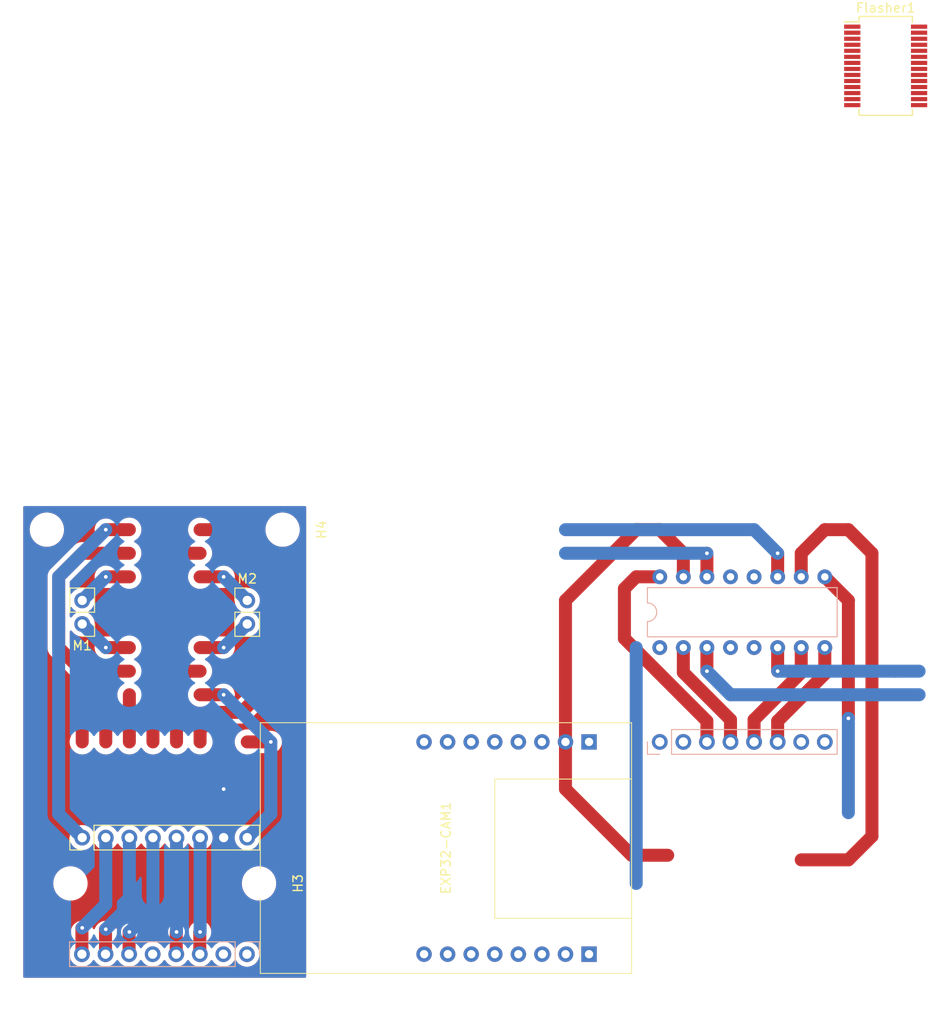
<source format=kicad_pcb>
(kicad_pcb (version 20221018) (generator pcbnew)
  (layers (0 "F.Cu" signal) (31 "B.Cu" signal) (34 "B.Paste" user) (35 "F.Paste" user) (36 "B.SilkS" user "B.Silkscreen") (37 "F.SilkS" user "F.Silkscreen") (38 "B.Mask" user) (39 "F.Mask" user) (44 "Edge.Cuts" user))
  (net 0 "")
  (net 1 "Net-(Conn_ESP1-Pin_6)")
  (net 2 "Net-(Conn_ESP1-Pin_7)")
  (net 3 "Net-(Conn_ESP2-Pin_4)")
  (net 4 "Net-(Conn_ESP2-Pin_3)")
  (net 5 "Net-(Conn_ESP2-Pin_2)")
  (net 6 "Net-(Conn_ESP2-Pin_5)")
  (net 7 "Net-(Conn_ESP2-Pin_6)")
  (net 8 "Net-(Conn_ESP1-Pin_3)")
  (net 9 "Net-(Conn_ESP1-Pin_4)")
  (net 10 "Net-(Conn_ESP1-Pin_8)")
  (net 14 "Net-(BT-ESP1-+)")
  (net 15 "Net-(BT-M1-+)")
  (net 16 "Net-(L293D1-4Y)")
  (net 17 "Net-(L293D1-3Y)")
  (net 18 "Net-(L293D1-2Y)")
  (net 19 "Net-(L293D1-1Y)")
  (net 20 "GND")
  (net 46 "Net-(Conn_ESP2-Pin_1)")
  (footprint "ESP32-CAM:ESP32-CAM" (layer "F.Cu") (at 58.42 40.64 -90)
    (fp_text reference "EXP32-CAM1" (at 11.43 -2.36 90) (layer "F.SilkS"))
    (fp_text value "ESP32-CAM")
    (fp_line (start -2.07 -22.36) (end -2.07 17.64) (stroke (width 0.1)) (layer "F.SilkS"))
    (fp_line (start -2.07 17.64) (end 24.93 17.64) (stroke (width 0.1)) (layer "F.SilkS"))
    (fp_line (start 4 -22.36) (end 4 -7.62) (stroke (width 0.1)) (layer "F.SilkS"))
    (fp_line (start 4 -7.62) (end 19 -7.62) (stroke (width 0.1)) (layer "F.SilkS"))
    (fp_line (start 19 -22.36) (end 19 -7.62) (stroke (width 0.1)) (layer "F.SilkS"))
    (fp_line (start 24.93 -22.36) (end -2.07 -22.36) (stroke (width 0.1)) (layer "F.SilkS"))
    (fp_line (start 24.93 17.64) (end 24.93 -22.36) (stroke (width 0.1)) (layer "F.SilkS"))
    (pad "1" thru_hole circle (at 0 0 270) (size 1.665 1.665) (drill 0.9) (layers "*.Cu" "*.Mask") (net 46 "Net-(Conn_ESP2-Pin_1)"))
    (pad "2" thru_hole circle (at 0 -2.54 270) (size 1.665 1.665) (drill 0.9) (layers "*.Cu" "*.Mask") (net 5 "Net-(Conn_ESP2-Pin_2)"))
    (pad "3" thru_hole circle (at 0 -5.08 270) (size 1.665 1.665) (drill 0.9) (layers "*.Cu" "*.Mask") (net 4 "Net-(Conn_ESP2-Pin_3)"))
    (pad "4" thru_hole circle (at 0 -7.62 270) (size 1.665 1.665) (drill 0.9) (layers "*.Cu" "*.Mask") (net 3 "Net-(Conn_ESP2-Pin_4)"))
    (pad "5" thru_hole circle (at 0 -10.16 270) (size 1.665 1.665) (drill 0.9) (layers "*.Cu" "*.Mask") (net 6 "Net-(Conn_ESP2-Pin_5)"))
    (pad "6" thru_hole circle (at 0 -12.7 270) (size 1.665 1.665) (drill 0.9) (layers "*.Cu" "*.Mask") (net 7 "Net-(Conn_ESP2-Pin_6)"))
    (pad "7" thru_hole circle (at 0 -15.24 270) (size 1.665 1.665) (drill 0.9) (layers "*.Cu" "*.Mask") (net 20 "GND"))
    (pad "8" thru_hole rect (at 0 -17.78 270) (size 1.665 1.665) (drill 0.9) (layers "*.Cu" "*.Mask") (net 14 "Net-(BT-ESP1-+)"))
    (pad "9" thru_hole rect (at 22.86 -17.78 270) (size 1.665 1.665) (drill 0.9) (layers "*.Cu" "*.Mask"))
    (pad "10" thru_hole circle (at 22.86 -15.24 270) (size 1.665 1.665) (drill 0.9) (layers "*.Cu" "*.Mask"))
    (pad "11" thru_hole circle (at 22.86 -12.7 270) (size 1.665 1.665) (drill 0.9) (layers "*.Cu" "*.Mask") (net 8 "Net-(Conn_ESP1-Pin_3)"))
    (pad "12" thru_hole circle (at 22.86 -10.16 270) (size 1.665 1.665) (drill 0.9) (layers "*.Cu" "*.Mask") (net 9 "Net-(Conn_ESP1-Pin_4)"))
    (pad "13" thru_hole circle (at 22.86 -7.62 270) (size 1.665 1.665) (drill 0.9) (layers "*.Cu" "*.Mask"))
    (pad "14" thru_hole circle (at 22.86 -5.08 270) (size 1.665 1.665) (drill 0.9) (layers "*.Cu" "*.Mask") (net 1 "Net-(Conn_ESP1-Pin_6)"))
    (pad "15" thru_hole circle (at 22.86 -2.54 270) (size 1.665 1.665) (drill 0.9) (layers "*.Cu" "*.Mask") (net 2 "Net-(Conn_ESP1-Pin_7)"))
    (pad "16" thru_hole circle (at 22.86 0 270) (size 1.665 1.665) (drill 0.9) (layers "*.Cu" "*.Mask") (net 10 "Net-(Conn_ESP1-Pin_8)"))
  )
  (footprint "Connector_PinHeader_2.54mm:PinHeader_1x02_P2.54mm_Vertical" (layer "F.Cu") (at 39.37 25.4)
    (fp_text reference "M2" (at 0 -2.33) (layer "F.SilkS"))
    (fp_text value "Conn_01x02_Pin")
    (fp_line (start -1.33 -1.33) (end 0 -1.33) (stroke (width 0.12)) (layer "F.SilkS"))
    (fp_line (start -1.33 0) (end -1.33 -1.33) (stroke (width 0.12)) (layer "F.SilkS"))
    (fp_line (start -1.33 1.27) (end -1.33 3.87) (stroke (width 0.12)) (layer "F.SilkS"))
    (fp_line (start -1.33 1.27) (end 1.33 1.27) (stroke (width 0.12)) (layer "F.SilkS"))
    (fp_line (start -1.33 3.87) (end 1.33 3.87) (stroke (width 0.12)) (layer "F.SilkS"))
    (fp_line (start 1.33 1.27) (end 1.33 3.87) (stroke (width 0.12)) (layer "F.SilkS"))
    (pad "1" thru_hole circle (at 0 0) (size 1.7 1.7) (drill 1) (layers "*.Cu" "*.Mask") (net 17 "Net-(L293D1-3Y)"))
    (pad "2" thru_hole oval (at 0 2.54) (size 1.7 1.7) (drill 1) (layers "*.Cu" "*.Mask") (net 16 "Net-(L293D1-4Y)"))
  )
  (footprint "MountingHole:MountingHole_3.2mm_M3" (layer "F.Cu") (at 17.78 17.78 -90)
    (fp_text reference "H1" hide)
    (fp_text value "MountingHole")
    (pad "" np_thru_hole circle (at 0 0 270) (size 3.2 3.2) (drill 3.2) (layers "*.Cu" "*.Mask"))
  )
  (footprint "Package_SO:SSOP-28_5.3x10.2mm_P0.65mm" (layer "F.Cu") (at 108.16 -32.165)
    (fp_text reference "Flasher1" (at 0 -6.25) (layer "F.SilkS"))
    (fp_text value "FT232RL")
    (fp_line (start -2.875 -5.325) (end -2.875 -4.75) (stroke (width 0.15)) (layer "F.SilkS"))
    (fp_line (start -2.875 -5.325) (end 2.875 -5.325) (stroke (width 0.15)) (layer "F.SilkS"))
    (fp_line (start -2.875 -4.75) (end -4.475 -4.75) (stroke (width 0.15)) (layer "F.SilkS"))
    (fp_line (start -2.875 5.325) (end -2.875 4.675) (stroke (width 0.15)) (layer "F.SilkS"))
    (fp_line (start -2.875 5.325) (end 2.875 5.325) (stroke (width 0.15)) (layer "F.SilkS"))
    (fp_line (start 2.875 -5.325) (end 2.875 -4.675) (stroke (width 0.15)) (layer "F.SilkS"))
    (fp_line (start 2.875 5.325) (end 2.875 4.675) (stroke (width 0.15)) (layer "F.SilkS"))
    (pad "1" smd rect (at -3.6 -4.225) (size 1.75 0.45) (layers "F.Cu" "F.Paste" "F.Mask") (net 1 "Net-(Conn_ESP1-Pin_6)"))
    (pad "2" smd rect (at -3.6 -3.575) (size 1.75 0.45) (layers "F.Cu" "F.Paste" "F.Mask"))
    (pad "3" smd rect (at -3.6 -2.925) (size 1.75 0.45) (layers "F.Cu" "F.Paste" "F.Mask"))
    (pad "4" smd rect (at -3.6 -2.275) (size 1.75 0.45) (layers "F.Cu" "F.Paste" "F.Mask"))
    (pad "5" smd rect (at -3.6 -1.625) (size 1.75 0.45) (layers "F.Cu" "F.Paste" "F.Mask") (net 2 "Net-(Conn_ESP1-Pin_7)"))
    (pad "6" smd rect (at -3.6 -0.975) (size 1.75 0.45) (layers "F.Cu" "F.Paste" "F.Mask"))
    (pad "7" smd rect (at -3.6 -0.325) (size 1.75 0.45) (layers "F.Cu" "F.Paste" "F.Mask"))
    (pad "8" smd rect (at -3.6 0.325) (size 1.75 0.45) (layers "F.Cu" "F.Paste" "F.Mask"))
    (pad "9" smd rect (at -3.6 0.975) (size 1.75 0.45) (layers "F.Cu" "F.Paste" "F.Mask"))
    (pad "10" smd rect (at -3.6 1.625) (size 1.75 0.45) (layers "F.Cu" "F.Paste" "F.Mask"))
    (pad "11" smd rect (at -3.6 2.275) (size 1.75 0.45) (layers "F.Cu" "F.Paste" "F.Mask"))
    (pad "12" smd rect (at -3.6 2.925) (size 1.75 0.45) (layers "F.Cu" "F.Paste" "F.Mask"))
    (pad "13" smd rect (at -3.6 3.575) (size 1.75 0.45) (layers "F.Cu" "F.Paste" "F.Mask"))
    (pad "14" smd rect (at -3.6 4.225) (size 1.75 0.45) (layers "F.Cu" "F.Paste" "F.Mask"))
    (pad "15" smd rect (at 3.6 4.225) (size 1.75 0.45) (layers "F.Cu" "F.Paste" "F.Mask"))
    (pad "16" smd rect (at 3.6 3.575) (size 1.75 0.45) (layers "F.Cu" "F.Paste" "F.Mask"))
    (pad "17" smd rect (at 3.6 2.925) (size 1.75 0.45) (layers "F.Cu" "F.Paste" "F.Mask"))
    (pad "18" smd rect (at 3.6 2.275) (size 1.75 0.45) (layers "F.Cu" "F.Paste" "F.Mask"))
    (pad "19" smd rect (at 3.6 1.625) (size 1.75 0.45) (layers "F.Cu" "F.Paste" "F.Mask"))
    (pad "20" smd rect (at 3.6 0.975) (size 1.75 0.45) (layers "F.Cu" "F.Paste" "F.Mask") (net 14 "Net-(BT-ESP1-+)"))
    (pad "21" smd rect (at 3.6 0.325) (size 1.75 0.45) (layers "F.Cu" "F.Paste" "F.Mask") (net 20 "GND"))
    (pad "22" smd rect (at 3.6 -0.325) (size 1.75 0.45) (layers "F.Cu" "F.Paste" "F.Mask"))
    (pad "23" smd rect (at 3.6 -0.975) (size 1.75 0.45) (layers "F.Cu" "F.Paste" "F.Mask"))
    (pad "24" smd rect (at 3.6 -1.625) (size 1.75 0.45) (layers "F.Cu" "F.Paste" "F.Mask"))
    (pad "25" smd rect (at 3.6 -2.275) (size 1.75 0.45) (layers "F.Cu" "F.Paste" "F.Mask"))
    (pad "26" smd rect (at 3.6 -2.925) (size 1.75 0.45) (layers "F.Cu" "F.Paste" "F.Mask"))
    (pad "27" smd rect (at 3.6 -3.575) (size 1.75 0.45) (layers "F.Cu" "F.Paste" "F.Mask"))
    (pad "28" smd rect (at 3.6 -4.225) (size 1.75 0.45) (layers "F.Cu" "F.Paste" "F.Mask"))
  )
  (footprint "Connector_PinHeader_2.54mm:PinHeader_1x02_P2.54mm_Vertical" (layer "F.Cu") (at 21.59 27.94 180)
    (fp_text reference "M1" (at 0 -2.33) (layer "F.SilkS"))
    (fp_text value "Conn_01x02_Pin")
    (fp_line (start -1.33 -1.33) (end 0 -1.33) (stroke (width 0.12)) (layer "F.SilkS"))
    (fp_line (start -1.33 0) (end -1.33 -1.33) (stroke (width 0.12)) (layer "F.SilkS"))
    (fp_line (start -1.33 1.27) (end -1.33 3.87) (stroke (width 0.12)) (layer "F.SilkS"))
    (fp_line (start -1.33 1.27) (end 1.33 1.27) (stroke (width 0.12)) (layer "F.SilkS"))
    (fp_line (start -1.33 3.87) (end 1.33 3.87) (stroke (width 0.12)) (layer "F.SilkS"))
    (fp_line (start 1.33 1.27) (end 1.33 3.87) (stroke (width 0.12)) (layer "F.SilkS"))
    (pad "1" thru_hole circle (at 0 0 180) (size 1.7 1.7) (drill 1) (layers "*.Cu" "*.Mask") (net 19 "Net-(L293D1-1Y)"))
    (pad "2" thru_hole oval (at 0 2.54 180) (size 1.7 1.7) (drill 1) (layers "*.Cu" "*.Mask") (net 18 "Net-(L293D1-2Y)"))
  )
  (footprint "Connector_PinHeader_2.54mm:PinHeader_1x08_P2.54mm_Vertical" (layer "F.Cu") (at 21.59 50.947006 90)
    (fp_text reference "VCC_Flash1" hide)
    (fp_text value "Conn_01x08_Pin")
    (fp_line (start -1.33 -1.33) (end 0 -1.33) (stroke (width 0.12)) (layer "F.SilkS"))
    (fp_line (start -1.33 0) (end -1.33 -1.33) (stroke (width 0.12)) (layer "F.SilkS"))
    (fp_line (start -1.33 1.27) (end -1.33 19.11) (stroke (width 0.12)) (layer "F.SilkS"))
    (fp_line (start -1.33 1.27) (end 1.33 1.27) (stroke (width 0.12)) (layer "F.SilkS"))
    (fp_line (start -1.33 19.11) (end 1.33 19.11) (stroke (width 0.12)) (layer "F.SilkS"))
    (fp_line (start 1.33 1.27) (end 1.33 19.11) (stroke (width 0.12)) (layer "F.SilkS"))
    (pad "1" thru_hole circle (at 0 0 90) (size 1.7 1.7) (drill 1) (layers "*.Cu" "*.Mask") (net 15 "Net-(BT-M1-+)"))
    (pad "2" thru_hole oval (at 0 2.54 90) (size 1.7 1.7) (drill 1) (layers "*.Cu" "*.Mask") (net 10 "Net-(Conn_ESP1-Pin_8)"))
    (pad "3" thru_hole oval (at 0 5.08 90) (size 1.7 1.7) (drill 1) (layers "*.Cu" "*.Mask") (net 2 "Net-(Conn_ESP1-Pin_7)"))
    (pad "4" thru_hole oval (at 0 7.62 90) (size 1.7 1.7) (drill 1) (layers "*.Cu" "*.Mask") (net 1 "Net-(Conn_ESP1-Pin_6)"))
    (pad "5" thru_hole oval (at 0 10.16 90) (size 1.7 1.7) (drill 1) (layers "*.Cu" "*.Mask") (net 9 "Net-(Conn_ESP1-Pin_4)"))
    (pad "6" thru_hole oval (at 0 12.7 90) (size 1.7 1.7) (drill 1) (layers "*.Cu" "*.Mask") (net 8 "Net-(Conn_ESP1-Pin_3)"))
    (pad "7" thru_hole oval (at 0 15.24 90) (size 1.7 1.7) (drill 1) (layers "*.Cu" "*.Mask") (net 20 "GND"))
    (pad "8" thru_hole oval (at 0 17.78 90) (size 1.7 1.7) (drill 1) (layers "*.Cu" "*.Mask") (net 14 "Net-(BT-ESP1-+)"))
  )
  (footprint "MountingHole:MountingHole_3.2mm_M3" (layer "F.Cu") (at 43.18 17.78 -90)
    (fp_text reference "H4" (at 0 -4.2 90) (layer "F.SilkS"))
    (fp_text value "MountingHole")
    (pad "" np_thru_hole circle (at 0 0 270) (size 3.2 3.2) (drill 3.2) (layers "*.Cu" "*.Mask"))
  )
  (footprint "MountingHole:MountingHole_3.2mm_M3" (layer "F.Cu") (at 20.32 55.88 -90)
    (fp_text reference "H2" hide)
    (fp_text value "MountingHole")
    (pad "" np_thru_hole circle (at 0 0 270) (size 3.2 3.2) (drill 3.2) (layers "*.Cu" "*.Mask"))
  )
  (footprint "MountingHole:MountingHole_3.2mm_M3" (layer "F.Cu") (at 40.64 55.88 -90)
    (fp_text reference "H3" (at 0 -4.2 90) (layer "F.SilkS"))
    (fp_text value "MountingHole")
    (pad "" np_thru_hole circle (at 0 0 270) (size 3.2 3.2) (drill 3.2) (layers "*.Cu" "*.Mask"))
  )
  (footprint "Package_DIP:DIP-16_W7.62mm" (layer "B.Cu") (at 83.82 22.86 -90)
    (fp_text reference "L293D1" hide)
    (fp_text value "L293D")
    (fp_line (start 1.16 -19.11) (end 6.46 -19.11) (stroke (width 0.12)) (layer "B.SilkS"))
    (fp_line (start 1.16 1.33) (end 1.16 -19.11) (stroke (width 0.12)) (layer "B.SilkS"))
    (fp_line (start 2.81 1.33) (end 1.16 1.33) (stroke (width 0.12)) (layer "B.SilkS"))
    (fp_line (start 6.46 -19.11) (end 6.46 1.33) (stroke (width 0.12)) (layer "B.SilkS"))
    (fp_line (start 6.46 1.33) (end 4.81 1.33) (stroke (width 0.12)) (layer "B.SilkS"))
    (fp_arc (start 2.81 1.33) (mid 3.81 0.33) (end 4.81 1.33) (stroke (width 0.12)) (layer "B.SilkS"))
    (pad "1" thru_hole circle (at 0 0 270) (size 1.6 1.6) (drill 0.8) (layers "*.Cu" "*.Mask") (net 4 "Net-(Conn_ESP2-Pin_3)"))
    (pad "2" thru_hole oval (at 0 -2.54 270) (size 1.6 1.6) (drill 0.8) (layers "*.Cu" "*.Mask") (net 5 "Net-(Conn_ESP2-Pin_2)"))
    (pad "3" thru_hole oval (at 0 -5.08 270) (size 1.6 1.6) (drill 0.8) (layers "*.Cu" "*.Mask") (net 19 "Net-(L293D1-1Y)"))
    (pad "4" thru_hole oval (at 0 -7.62 270) (size 1.6 1.6) (drill 0.8) (layers "*.Cu" "*.Mask") (net 20 "GND"))
    (pad "5" thru_hole oval (at 0 -10.16 270) (size 1.6 1.6) (drill 0.8) (layers "*.Cu" "*.Mask") (net 20 "GND"))
    (pad "6" thru_hole oval (at 0 -12.7 270) (size 1.6 1.6) (drill 0.8) (layers "*.Cu" "*.Mask") (net 18 "Net-(L293D1-2Y)"))
    (pad "7" thru_hole oval (at 0 -15.24 270) (size 1.6 1.6) (drill 0.8) (layers "*.Cu" "*.Mask") (net 46 "Net-(Conn_ESP2-Pin_1)"))
    (pad "8" thru_hole oval (at 0 -17.78 270) (size 1.6 1.6) (drill 0.8) (layers "*.Cu" "*.Mask") (net 15 "Net-(BT-M1-+)"))
    (pad "9" thru_hole oval (at 7.62 -17.78 270) (size 1.6 1.6) (drill 0.8) (layers "*.Cu" "*.Mask") (net 7 "Net-(Conn_ESP2-Pin_6)"))
    (pad "10" thru_hole oval (at 7.62 -15.24 270) (size 1.6 1.6) (drill 0.8) (layers "*.Cu" "*.Mask") (net 6 "Net-(Conn_ESP2-Pin_5)"))
    (pad "11" thru_hole oval (at 7.62 -12.7 270) (size 1.6 1.6) (drill 0.8) (layers "*.Cu" "*.Mask") (net 17 "Net-(L293D1-3Y)"))
    (pad "12" thru_hole oval (at 7.62 -10.16 270) (size 1.6 1.6) (drill 0.8) (layers "*.Cu" "*.Mask") (net 20 "GND"))
    (pad "13" thru_hole oval (at 7.62 -7.62 270) (size 1.6 1.6) (drill 0.8) (layers "*.Cu" "*.Mask") (net 20 "GND"))
    (pad "14" thru_hole oval (at 7.62 -5.08 270) (size 1.6 1.6) (drill 0.8) (layers "*.Cu" "*.Mask") (net 16 "Net-(L293D1-4Y)"))
    (pad "15" thru_hole oval (at 7.62 -2.54 270) (size 1.6 1.6) (drill 0.8) (layers "*.Cu" "*.Mask") (net 3 "Net-(Conn_ESP2-Pin_4)"))
    (pad "16" thru_hole oval (at 7.62 0 270) (size 1.6 1.6) (drill 0.8) (layers "*.Cu" "*.Mask") (net 14 "Net-(BT-ESP1-+)"))
  )
  (footprint "Connector_PinSocket_2.54mm:PinSocket_1x08_P2.54mm_Vertical" (layer "B.Cu") (at 83.82 40.64 -90)
    (fp_text reference "Conn_ESP2" hide)
    (fp_text value "Conn_01x08_Socket")
    (fp_line (start -1.33 -19.11) (end 1.33 -19.11) (stroke (width 0.12)) (layer "B.SilkS"))
    (fp_line (start -1.33 -1.27) (end -1.33 -19.11) (stroke (width 0.12)) (layer "B.SilkS"))
    (fp_line (start -1.33 -1.27) (end 1.33 -1.27) (stroke (width 0.12)) (layer "B.SilkS"))
    (fp_line (start 0 1.33) (end 1.33 1.33) (stroke (width 0.12)) (layer "B.SilkS"))
    (fp_line (start 1.33 -1.27) (end 1.33 -19.11) (stroke (width 0.12)) (layer "B.SilkS"))
    (fp_line (start 1.33 1.33) (end 1.33 0) (stroke (width 0.12)) (layer "B.SilkS"))
    (pad "1" thru_hole circle (at 0 0 270) (size 1.7 1.7) (drill 1) (layers "*.Cu" "*.Mask") (net 46 "Net-(Conn_ESP2-Pin_1)"))
    (pad "2" thru_hole oval (at 0 -2.54 270) (size 1.7 1.7) (drill 1) (layers "*.Cu" "*.Mask") (net 5 "Net-(Conn_ESP2-Pin_2)"))
    (pad "3" thru_hole oval (at 0 -5.08 270) (size 1.7 1.7) (drill 1) (layers "*.Cu" "*.Mask") (net 4 "Net-(Conn_ESP2-Pin_3)"))
    (pad "4" thru_hole oval (at 0 -7.62 270) (size 1.7 1.7) (drill 1) (layers "*.Cu" "*.Mask") (net 3 "Net-(Conn_ESP2-Pin_4)"))
    (pad "5" thru_hole oval (at 0 -10.16 270) (size 1.7 1.7) (drill 1) (layers "*.Cu" "*.Mask") (net 6 "Net-(Conn_ESP2-Pin_5)"))
    (pad "6" thru_hole oval (at 0 -12.7 270) (size 1.7 1.7) (drill 1) (layers "*.Cu" "*.Mask") (net 7 "Net-(Conn_ESP2-Pin_6)"))
    (pad "7" thru_hole oval (at 0 -15.24 270) (size 1.7 1.7) (drill 1) (layers "*.Cu" "*.Mask") (net 20 "GND"))
    (pad "8" thru_hole oval (at 0 -17.78 270) (size 1.7 1.7) (drill 1) (layers "*.Cu" "*.Mask") (net 14 "Net-(BT-ESP1-+)"))
  )
  (footprint "Connector_PinSocket_2.54mm:PinSocket_1x08_P2.54mm_Vertical" (layer "B.Cu") (at 39.34 63.5 90)
    (fp_text reference "Conn_ESP1" hide)
    (fp_text value "Conn_01x08_Socket")
    (fp_line (start -1.33 -19.11) (end 1.33 -19.11) (stroke (width 0.12)) (layer "B.SilkS"))
    (fp_line (start -1.33 -1.27) (end -1.33 -19.11) (stroke (width 0.12)) (layer "B.SilkS"))
    (fp_line (start -1.33 -1.27) (end 1.33 -1.27) (stroke (width 0.12)) (layer "B.SilkS"))
    (fp_line (start 0 1.33) (end 1.33 1.33) (stroke (width 0.12)) (layer "B.SilkS"))
    (fp_line (start 1.33 -1.27) (end 1.33 -19.11) (stroke (width 0.12)) (layer "B.SilkS"))
    (fp_line (start 1.33 1.33) (end 1.33 0) (stroke (width 0.12)) (layer "B.SilkS"))
    (pad "1" thru_hole circle (at 0 0 90) (size 1.7 1.7) (drill 1) (layers "*.Cu" "*.Mask"))
    (pad "2" thru_hole oval (at 0 -2.54 90) (size 1.7 1.7) (drill 1) (layers "*.Cu" "*.Mask"))
    (pad "3" thru_hole oval (at 0 -5.08 90) (size 1.7 1.7) (drill 1) (layers "*.Cu" "*.Mask") (net 8 "Net-(Conn_ESP1-Pin_3)"))
    (pad "4" thru_hole oval (at 0 -7.62 90) (size 1.7 1.7) (drill 1) (layers "*.Cu" "*.Mask") (net 9 "Net-(Conn_ESP1-Pin_4)"))
    (pad "5" thru_hole oval (at 0 -10.16 90) (size 1.7 1.7) (drill 1) (layers "*.Cu" "*.Mask"))
    (pad "6" thru_hole oval (at 0 -12.7 90) (size 1.7 1.7) (drill 1) (layers "*.Cu" "*.Mask") (net 1 "Net-(Conn_ESP1-Pin_6)"))
    (pad "7" thru_hole oval (at 0 -15.24 90) (size 1.7 1.7) (drill 1) (layers "*.Cu" "*.Mask") (net 2 "Net-(Conn_ESP1-Pin_7)"))
    (pad "8" thru_hole oval (at 0 -17.78 90) (size 1.7 1.7) (drill 1) (layers "*.Cu" "*.Mask") (net 10 "Net-(Conn_ESP1-Pin_8)"))
  )
  (segment (start 26.67 61.107006) (end 26.64 61.137006) (width 1.4) (layer "F.Cu") (net 1))
  (segment (start 26.64 61.137006) (end 26.64 63.647006) (width 1.4) (layer "F.Cu") (net 1))
  (via (at 26.67 61.107006) (size 0.8) (drill 0.4) (layers "F.Cu" "B.Cu") (net 1))
  (segment (start 26.67 61.107006) (end 29.21 58.567006) (width 1.4) (layer "B.Cu") (net 1))
  (segment (start 29.21 58.567006) (end 29.21 50.947006) (width 1.4) (layer "B.Cu") (net 1))
  (segment (start 24.1 60.842994) (end 24.1 63.647006) (width 1.4) (layer "F.Cu") (net 2))
  (segment (start 24.13 60.812994) (end 24.1 60.842994) (width 1.4) (layer "F.Cu") (net 2))
  (via (at 24.13 60.812994) (size 0.8) (drill 0.4) (layers "F.Cu" "B.Cu") (net 2))
  (segment (start 24.13 60.812994) (end 26.67 58.272994) (width 1.4) (layer "B.Cu") (net 2))
  (segment (start 26.67 58.272994) (end 26.67 50.947006) (width 1.4) (layer "B.Cu") (net 2))
  (segment (start 34.29 20.32) (end 31.985 20.32) (width 1.4) (layer "F.Cu") (net 3))
  (segment (start 91.44 40.64) (end 91.44 38.247006) (width 1.4) (layer "F.Cu") (net 3))
  (segment (start 31.985 20.32) (end 29.21 23.095) (width 1.4) (layer "F.Cu") (net 3))
  (segment (start 91.44 38.247006) (end 86.36 33.167006) (width 1.4) (layer "F.Cu") (net 3))
  (segment (start 86.36 33.167006) (end 86.36 30.48) (width 1.4) (layer "F.Cu") (net 3))
  (segment (start 29.21 40.64) (end 29.21 23.095) (width 1.4) (layer "F.Cu") (net 3))
  (segment (start 88.9 40.64) (end 88.9 38.394012) (width 1.4) (layer "F.Cu") (net 4))
  (segment (start 80.01 24.13) (end 81.28 22.86) (width 1.4) (layer "F.Cu") (net 4))
  (segment (start 81.28 22.86) (end 83.82 22.86) (width 1.4) (layer "F.Cu") (net 4))
  (segment (start 88.9 38.394012) (end 80.01 29.504012) (width 1.4) (layer "F.Cu") (net 4))
  (segment (start 26.67 35.56) (end 26.67 40.64) (width 1.4) (layer "F.Cu") (net 4))
  (segment (start 80.01 29.504012) (end 80.01 24.13) (width 1.4) (layer "F.Cu") (net 4))
  (segment (start 81.28 17.78) (end 73.66 25.4) (width 1.4) (layer "F.Cu") (net 5))
  (segment (start 73.66 25.4) (end 73.66 45.72) (width 1.4) (layer "F.Cu") (net 5))
  (segment (start 26.67 33.02) (end 24.13 33.02) (width 1.4) (layer "F.Cu") (net 5))
  (segment (start 86.36 20.32) (end 83.82 17.78) (width 1.4) (layer "F.Cu") (net 5))
  (segment (start 80.785344 52.845344) (end 84.672146 52.845344) (width 1.4) (layer "F.Cu") (net 5))
  (segment (start 24.13 33.02) (end 23.49 33.66) (width 1.4) (layer "F.Cu") (net 5))
  (segment (start 24.13 38.1) (end 24.13 40.64) (width 1.4) (layer "F.Cu") (net 5))
  (segment (start 83.82 17.78) (end 81.28 17.78) (width 1.4) (layer "F.Cu") (net 5))
  (segment (start 86.36 22.86) (end 86.36 20.32) (width 1.4) (layer "F.Cu") (net 5))
  (segment (start 23.49 37.46) (end 24.13 38.1) (width 1.4) (layer "F.Cu") (net 5))
  (segment (start 73.66 45.72) (end 80.785344 52.845344) (width 1.4) (layer "F.Cu") (net 5))
  (segment (start 23.49 33.66) (end 23.49 37.46) (width 1.4) (layer "F.Cu") (net 5))
  (segment (start 93.98 38.247006) (end 99.06 33.167006) (width 1.4) (layer "F.Cu") (net 6))
  (segment (start 31.75 40.64) (end 31.75 34.29) (width 1.4) (layer "F.Cu") (net 6))
  (segment (start 99.06 33.167006) (end 99.06 30.48) (width 1.4) (layer "F.Cu") (net 6))
  (segment (start 33.02 33.02) (end 31.75 34.29) (width 1.4) (layer "F.Cu") (net 6))
  (segment (start 34.29 33.02) (end 33.02 33.02) (width 1.4) (layer "F.Cu") (net 6))
  (segment (start 93.98 40.64) (end 93.98 38.247006) (width 1.4) (layer "F.Cu") (net 6))
  (segment (start 36.83 17.78) (end 41.91 22.86) (width 1.4) (layer "F.Cu") (net 7))
  (segment (start 41.91 34.29) (end 38.74 37.46) (width 1.4) (layer "F.Cu") (net 7))
  (segment (start 34.29 39.37) (end 34.29 40.64) (width 1.4) (layer "F.Cu") (net 7))
  (segment (start 41.91 22.86) (end 41.91 34.29) (width 1.4) (layer "F.Cu") (net 7))
  (segment (start 96.52 38.394012) (end 96.52 40.64) (width 1.4) (layer "F.Cu") (net 7))
  (segment (start 101.6 33.314012) (end 96.52 38.394012) (width 1.4) (layer "F.Cu") (net 7))
  (segment (start 34.29 17.78) (end 36.83 17.78) (width 1.4) (layer "F.Cu") (net 7))
  (segment (start 38.74 37.46) (end 36.2 37.46) (width 1.4) (layer "F.Cu") (net 7))
  (segment (start 36.2 37.46) (end 34.29 39.37) (width 1.4) (layer "F.Cu") (net 7))
  (segment (start 101.6 30.48) (end 101.6 33.314012) (width 1.4) (layer "F.Cu") (net 7))
  (segment (start 34.26 61.137006) (end 34.29 61.107006) (width 1.4) (layer "F.Cu") (net 8))
  (segment (start 34.26 63.647006) (end 34.26 61.137006) (width 1.4) (layer "F.Cu") (net 8))
  (via (at 34.29 61.107006) (size 0.8) (drill 0.4) (layers "F.Cu" "B.Cu") (net 8))
  (segment (start 34.29 61.107006) (end 34.29 50.947006) (width 1.4) (layer "B.Cu") (net 8))
  (segment (start 31.72 63.647006) (end 31.72 61.137006) (width 1.4) (layer "F.Cu") (net 9))
  (segment (start 31.72 61.137006) (end 31.75 61.107006) (width 1.4) (layer "F.Cu") (net 9))
  (via (at 31.75 61.107006) (size 0.8) (drill 0.4) (layers "F.Cu" "B.Cu") (net 9))
  (segment (start 31.75 61.107006) (end 31.75 50.947006) (width 1.4) (layer "B.Cu") (net 9))
  (segment (start 81.28 30.48) (end 81.28 55.88) (width 1.4) (layer "B.Cu") (net 9))
  (segment (start 21.59 60.665988) (end 21.56 60.695988) (width 1.4) (layer "F.Cu") (net 10))
  (segment (start 21.56 60.695988) (end 21.56 63.647006) (width 1.4) (layer "F.Cu") (net 10))
  (via (at 21.59 60.665988) (size 0.8) (drill 0.4) (layers "F.Cu" "B.Cu") (net 10))
  (segment (start 21.59 60.665988) (end 24.13 58.125988) (width 1.4) (layer "B.Cu") (net 10))
  (segment (start 24.13 58.125988) (end 24.13 50.947006) (width 1.4) (layer "B.Cu") (net 10))
  (segment (start 34.29 35.56) (end 36.83 35.56) (width 1.4) (layer "F.Cu") (net 14))
  (segment (start 39.37 40.64) (end 41.91 40.64) (width 1.4) (layer "F.Cu") (net 14))
  (via (at 41.91 40.64) (size 0.8) (drill 0.4) (layers "F.Cu" "B.Cu") (net 14))
  (via (at 36.83 35.56) (size 0.8) (drill 0.4) (layers "F.Cu" "B.Cu") (net 14))
  (segment (start 41.91 40.64) (end 41.91 48.407006) (width 1.4) (layer "B.Cu") (net 14))
  (segment (start 36.83 35.56) (end 41.91 40.64) (width 1.4) (layer "B.Cu") (net 14))
  (segment (start 41.91 48.407006) (end 39.37 50.947006) (width 1.4) (layer "B.Cu") (net 14))
  (segment (start 101.6 22.86) (end 104.14 25.4) (width 1.4) (layer "F.Cu") (net 15))
  (segment (start 104.14 25.4) (end 104.14 38.1) (width 1.4) (layer "F.Cu") (net 15))
  (segment (start 26.67 17.78) (end 24.13 17.78) (width 1.4) (layer "F.Cu") (net 15))
  (via (at 104.14 38.1) (size 0.8) (drill 0.4) (layers "F.Cu" "B.Cu") (net 15))
  (via (at 24.13 17.78) (size 0.8) (drill 0.4) (layers "F.Cu" "B.Cu") (net 15))
  (segment (start 19.05 48.407006) (end 19.05 22.86) (width 1.4) (layer "B.Cu") (net 15))
  (segment (start 104.14 38.1) (end 104.14 48.26) (width 1.4) (layer "B.Cu") (net 15))
  (segment (start 21.59 50.947006) (end 19.05 48.407006) (width 1.4) (layer "B.Cu") (net 15))
  (segment (start 19.05 22.86) (end 24.13 17.78) (width 1.4) (layer "B.Cu") (net 15))
  (segment (start 34.29 30.48) (end 36.83 30.48) (width 1.4) (layer "F.Cu") (net 16))
  (segment (start 88.9 30.48) (end 88.9 33.02) (width 1.4) (layer "F.Cu") (net 16))
  (via (at 88.9 33.02) (size 0.8) (drill 0.4) (layers "F.Cu" "B.Cu") (net 16))
  (via (at 36.83 30.48) (size 0.8) (drill 0.4) (layers "F.Cu" "B.Cu") (net 16))
  (segment (start 88.9 33.02) (end 91.44 35.56) (width 1.4) (layer "B.Cu") (net 16))
  (segment (start 39.37 27.94) (end 36.83 30.48) (width 1.4) (layer "B.Cu") (net 16))
  (segment (start 91.44 35.56) (end 111.76 35.56) (width 1.4) (layer "B.Cu") (net 16))
  (segment (start 96.52 30.48) (end 96.52 33.02) (width 1.4) (layer "F.Cu") (net 17))
  (segment (start 34.29 22.86) (end 36.83 22.86) (width 1.4) (layer "F.Cu") (net 17))
  (via (at 36.83 22.86) (size 0.8) (drill 0.4) (layers "F.Cu" "B.Cu") (net 17))
  (via (at 96.52 33.02) (size 0.8) (drill 0.4) (layers "F.Cu" "B.Cu") (net 17))
  (segment (start 96.52 33.02) (end 109.22 33.02) (width 1.4) (layer "B.Cu") (net 17))
  (segment (start 109.22 33.02) (end 111.76 33.02) (width 1.4) (layer "B.Cu") (net 17))
  (segment (start 39.37 25.4) (end 36.83 22.86) (width 1.4) (layer "B.Cu") (net 17))
  (segment (start 26.67 22.86) (end 24.13 22.86) (width 1.4) (layer "F.Cu") (net 18))
  (segment (start 96.52 22.86) (end 96.52 20.32) (width 1.4) (layer "F.Cu") (net 18))
  (via (at 24.13 22.86) (size 0.8) (drill 0.4) (layers "F.Cu" "B.Cu") (net 18))
  (via (at 96.52 20.32) (size 0.8) (drill 0.4) (layers "F.Cu" "B.Cu") (net 18))
  (segment (start 93.98 17.78) (end 73.66 17.78) (width 1.4) (layer "B.Cu") (net 18))
  (segment (start 96.52 20.32) (end 93.98 17.78) (width 1.4) (layer "B.Cu") (net 18))
  (segment (start 21.59 25.4) (end 24.13 22.86) (width 1.4) (layer "B.Cu") (net 18))
  (segment (start 88.9 22.86) (end 88.9 20.32) (width 1.4) (layer "F.Cu") (net 19))
  (segment (start 26.67 30.48) (end 24.13 30.48) (width 1.4) (layer "F.Cu") (net 19))
  (via (at 24.13 30.48) (size 0.8) (drill 0.4) (layers "F.Cu" "B.Cu") (net 19))
  (via (at 88.9 20.32) (size 0.8) (drill 0.4) (layers "F.Cu" "B.Cu") (net 19))
  (segment (start 21.59 27.94) (end 24.13 30.48) (width 1.4) (layer "B.Cu") (net 19))
  (segment (start 88.9 20.32) (end 73.66 20.32) (width 1.4) (layer "B.Cu") (net 19))
  (via (at 36.83 45.72) (size 0.8) (drill 0.4) (layers "F.Cu" "B.Cu") (net 20))
  (segment (start 99.06 20.32) (end 101.6 17.78) (width 1.4) (layer "F.Cu") (net 46))
  (segment (start 26.67 20.32) (end 21.59 20.32) (width 1.4) (layer "F.Cu") (net 46))
  (segment (start 21.59 33.02) (end 21.59 40.64) (width 1.4) (layer "F.Cu") (net 46))
  (segment (start 101.6 17.78) (end 104.14 17.78) (width 1.4) (layer "F.Cu") (net 46))
  (segment (start 106.68 20.32) (end 106.68 50.8) (width 1.4) (layer "F.Cu") (net 46))
  (segment (start 106.68 50.8) (end 104.14 53.34) (width 1.4) (layer "F.Cu") (net 46))
  (segment (start 19.05 22.86) (end 19.05 30.48) (width 1.4) (layer "F.Cu") (net 46))
  (segment (start 99.06 22.86) (end 99.06 20.32) (width 1.4) (layer "F.Cu") (net 46))
  (segment (start 104.14 17.78) (end 106.68 20.32) (width 1.4) (layer "F.Cu") (net 46))
  (segment (start 104.14 53.34) (end 99.06 53.34) (width 1.4) (layer "F.Cu") (net 46))
  (segment (start 19.05 30.48) (end 21.59 33.02) (width 1.4) (layer "F.Cu") (net 46))
  (segment (start 21.59 20.32) (end 19.05 22.86) (width 1.4) (layer "F.Cu") (net 46))
  (zone (net 20) (net_name "GND") (layer "F.Cu") (connect_pads yes (clearance 0.5)) (min_thickness 0.25) (fill yes (thermal_gap 0.5) (thermal_bridge_width 0.5) (island_removal_mode 1) (island_area_min 10))
    (polygon (pts (xy 15.24 15.24) (xy 45.72 15.24) (xy 45.72 66.04) (xy 15.24 66.04)))
  )
  (zone (net 20) (net_name "GND") (layer "B.Cu") (priority 1) (connect_pads yes (clearance 0.5)) (min_thickness 0.25) (fill yes (thermal_gap 0.5) (thermal_bridge_width 0.5) (island_removal_mode 1) (island_area_min 10))
    (polygon (pts (xy 45.72 15.24) (xy 45.72 66.04) (xy 15.24 66.04) (xy 15.24 15.24)))
  )
)
</source>
